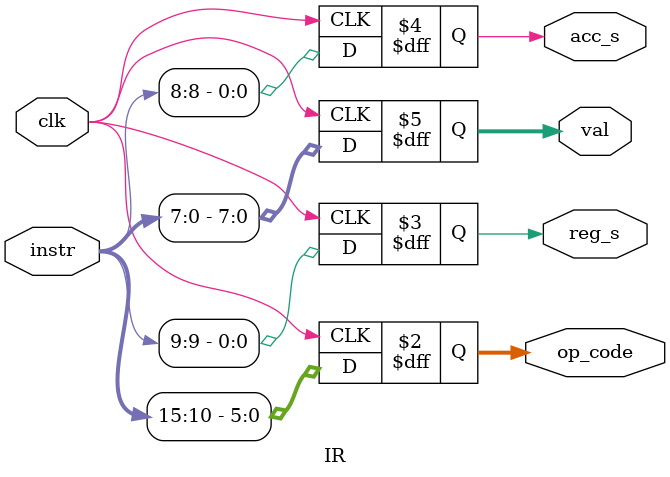
<source format=v>

module IR (
    input wire clk,
    input wire [15:0] instr,
    output reg [5:0] op_code,
    output reg reg_s,
    output reg acc_s,
    output reg [7:0] val
);

always @(posedge clk) begin
    op_code <= instr[15:10]; // Extrage codul operației din instrucțiune
    reg_s <= instr[9]; // Extrage bitul de selectare a registrului
    acc_s <= instr[8]; // Extrage bitul de selectare a acumulatorului
    val <= instr[7:0]; // Extrage valoarea din instrucțiune
end

endmodule
</source>
